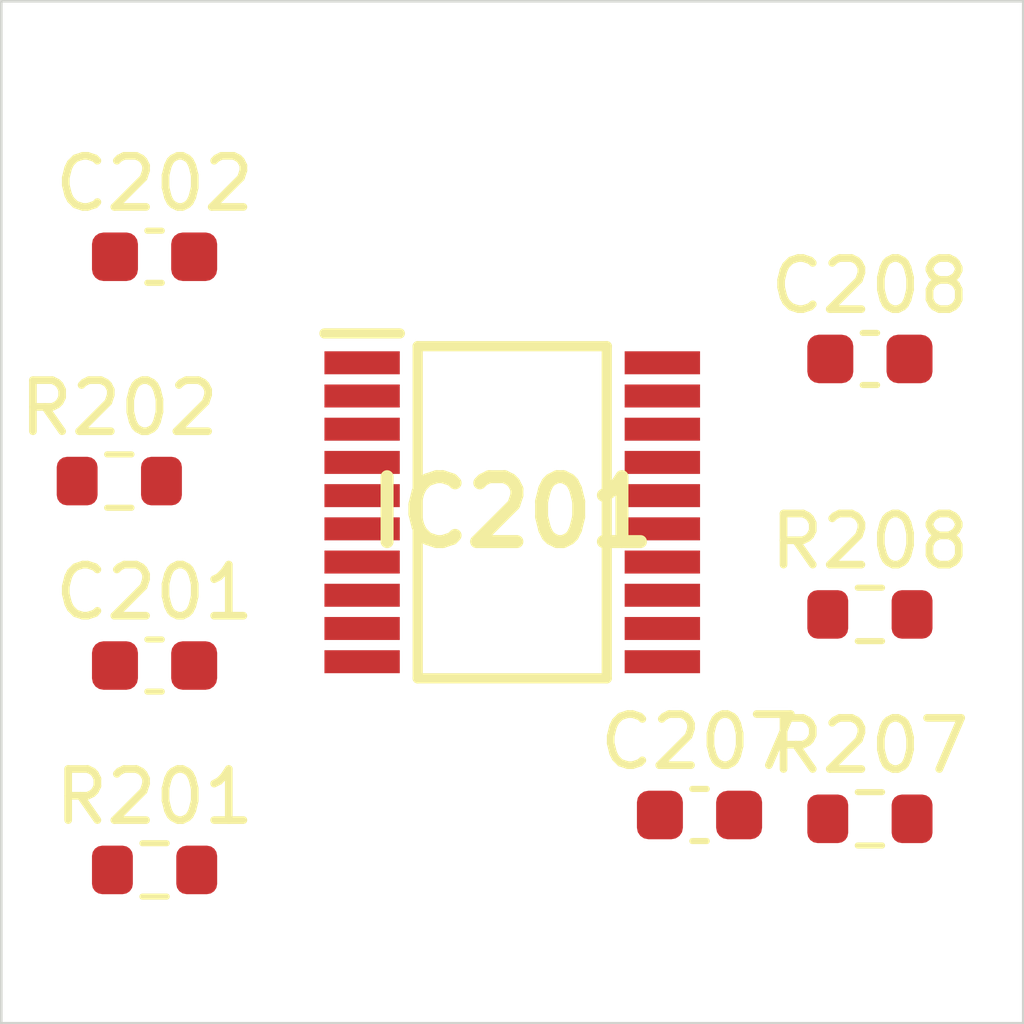
<source format=kicad_pcb>
(kicad_pcb (version 20241229) (generator "pcbnew") (generator_version "9.0")
  (layers (0 "F.Cu" signal) (2 "B.Cu" signal) (13 "F.Paste" user) (15 "B.Paste" user) (5 "F.SilkS" user) (7 "B.SilkS" user) (1 "F.Mask" user) (3 "B.Mask" user) (25 "Edge.Cuts" user))
  (net 0 "")
  (net 1 "GND")
  (net 2 "/Sheet6235D886/ch0")
  (net 3 "/Sheet6235D886/ch1")
  (net 4 "/Sheet6235D886/ch2")
  (net 5 "/Sheet6235D886/ch3")
  (net 6 "/Sheet6235D886/ch4")
  (net 7 "/Sheet6235D886/ch5")
  (net 8 "/Sheet6235D886/ch6")
  (net 9 "/Sheet6235D886/ch7")
  (net 10 "VDD")
  (net 11 "VDDA")
  (net 12 "/Sheet6235D886/adc_csn")
  (net 13 "/Sheet6235D886/adc_sck")
  (net 14 "/Sheet6235D886/adc_sdi")
  (net 15 "/Sheet6235D886/adc_sdo")
  (net 16 "/Sheet6235D886/vp")
  (net 17 "/Sheet6248AD22/chn0")
  (net 18 "/Sheet6248AD22/chn3")
  (footprint "Capacitor_SMD:C_0603_1608Metric" (layer "F.Cu") (at 83 113)
    (property "Reference" "C201" (at 0 -1.43 0) (layer "F.SilkS"))
    (property "Value" "0.1uF")
    (fp_line (start -0.14058 -0.51) (end 0.14058 -0.51) (stroke (width 0.12)) (layer "F.SilkS"))
    (fp_line (start -0.14058 0.51) (end 0.14058 0.51) (stroke (width 0.12)) (layer "F.SilkS"))
    (pad "1" smd roundrect (at -0.775 0) (size 0.9 0.95) (layers "F.Cu" "F.Mask" "F.Paste") (net 2 "/Sheet6235D886/ch0"))
    (pad "2" smd roundrect (at 0.775 0) (size 0.9 0.95) (layers "F.Cu" "F.Mask" "F.Paste") (net 1 "GND"))
  )
  (footprint "Capacitor_SMD:C_0603_1608Metric" (layer "F.Cu") (at 83 105)
    (property "Reference" "C202" (at 0 -1.43 0) (layer "F.SilkS"))
    (property "Value" "0.1uF")
    (fp_line (start -0.14058 -0.51) (end 0.14058 -0.51) (stroke (width 0.12)) (layer "F.SilkS"))
    (fp_line (start -0.14058 0.51) (end 0.14058 0.51) (stroke (width 0.12)) (layer "F.SilkS"))
    (pad "1" smd roundrect (at -0.775 0) (size 0.9 0.95) (layers "F.Cu" "F.Mask" "F.Paste") (net 1 "GND"))
    (pad "2" smd roundrect (at 0.775 0) (size 0.9 0.95) (layers "F.Cu" "F.Mask" "F.Paste") (net 3 "/Sheet6235D886/ch1"))
  )
  (footprint "Capacitor_SMD:C_0603_1608Metric" (layer "F.Cu") (at 93.665001 115.925001)
    (property "Reference" "C207" (at 0 -1.43 0) (layer "F.SilkS"))
    (property "Value" "0.1uF")
    (fp_line (start -0.14058 -0.51) (end 0.14058 -0.51) (stroke (width 0.12)) (layer "F.SilkS"))
    (fp_line (start -0.14058 0.51) (end 0.14058 0.51) (stroke (width 0.12)) (layer "F.SilkS"))
    (pad "1" smd roundrect (at -0.775 0) (size 0.9 0.95) (layers "F.Cu" "F.Mask" "F.Paste") (net 8 "/Sheet6235D886/ch6"))
    (pad "2" smd roundrect (at 0.775 0) (size 0.9 0.95) (layers "F.Cu" "F.Mask" "F.Paste") (net 1 "GND"))
  )
  (footprint "Capacitor_SMD:C_0603_1608Metric" (layer "F.Cu") (at 97 107)
    (property "Reference" "C208" (at 0 -1.43 0) (layer "F.SilkS"))
    (property "Value" "0.1uF")
    (fp_line (start -0.14058 -0.51) (end 0.14058 -0.51) (stroke (width 0.12)) (layer "F.SilkS"))
    (fp_line (start -0.14058 0.51) (end 0.14058 0.51) (stroke (width 0.12)) (layer "F.SilkS"))
    (pad "1" smd roundrect (at -0.775 0) (size 0.9 0.95) (layers "F.Cu" "F.Mask" "F.Paste") (net 1 "GND"))
    (pad "2" smd roundrect (at 0.775 0) (size 0.9 0.95) (layers "F.Cu" "F.Mask" "F.Paste") (net 9 "/Sheet6235D886/ch7"))
  )
  (footprint "MCP3564R-E_ST:SOP65P640X120-20N" (layer "F.Cu") (at 90 110)
    (property "Reference" "IC201" (at 0 0 0) (layer "F.SilkS") (effects (font (size 1.27 1.27) (thickness 0.254))))
    (property "Value" "MCP3564R-E_ST" (hide yes))
    (fp_line (start -3.675 -3.5) (end -2.2 -3.5) (stroke (width 0.2)) (layer "F.SilkS"))
    (fp_line (start -1.85 -3.25) (end 1.85 -3.25) (stroke (width 0.2)) (layer "F.SilkS"))
    (fp_line (start -1.85 3.25) (end -1.85 -3.25) (stroke (width 0.2)) (layer "F.SilkS"))
    (fp_line (start 1.85 -3.25) (end 1.85 3.25) (stroke (width 0.2)) (layer "F.SilkS"))
    (fp_line (start 1.85 3.25) (end -1.85 3.25) (stroke (width 0.2)) (layer "F.SilkS"))
    (pad "1" smd rect (at -2.938 -2.925 90) (size 0.45 1.475) (layers "F.Cu" "F.Mask" "F.Paste") (net 11 "VDDA"))
    (pad "2" smd rect (at -2.938 -2.275 90) (size 0.45 1.475) (layers "F.Cu" "F.Mask" "F.Paste") (net 1 "GND"))
    (pad "3" smd rect (at -2.938 -1.625 90) (size 0.45 1.475) (layers "F.Cu" "F.Mask" "F.Paste") (net 1 "GND"))
    (pad "4" smd rect (at -2.938 -0.975 90) (size 0.45 1.475) (layers "F.Cu" "F.Mask" "F.Paste"))
    (pad "5" smd rect (at -2.938 -0.325 90) (size 0.45 1.475) (layers "F.Cu" "F.Mask" "F.Paste") (net 2 "/Sheet6235D886/ch0"))
    (pad "6" smd rect (at -2.938 0.325 90) (size 0.45 1.475) (layers "F.Cu" "F.Mask" "F.Paste") (net 3 "/Sheet6235D886/ch1"))
    (pad "7" smd rect (at -2.938 0.975 90) (size 0.45 1.475) (layers "F.Cu" "F.Mask" "F.Paste") (net 4 "/Sheet6235D886/ch2"))
    (pad "8" smd rect (at -2.938 1.625 90) (size 0.45 1.475) (layers "F.Cu" "F.Mask" "F.Paste") (net 5 "/Sheet6235D886/ch3"))
    (pad "9" smd rect (at -2.938 2.275 90) (size 0.45 1.475) (layers "F.Cu" "F.Mask" "F.Paste") (net 6 "/Sheet6235D886/ch4"))
    (pad "10" smd rect (at -2.938 2.925 90) (size 0.45 1.475) (layers "F.Cu" "F.Mask" "F.Paste") (net 7 "/Sheet6235D886/ch5"))
    (pad "11" smd rect (at 2.938 2.925 90) (size 0.45 1.475) (layers "F.Cu" "F.Mask" "F.Paste") (net 8 "/Sheet6235D886/ch6"))
    (pad "12" smd rect (at 2.938 2.275 90) (size 0.45 1.475) (layers "F.Cu" "F.Mask" "F.Paste") (net 9 "/Sheet6235D886/ch7"))
    (pad "13" smd rect (at 2.938 1.625 90) (size 0.45 1.475) (layers "F.Cu" "F.Mask" "F.Paste") (net 12 "/Sheet6235D886/adc_csn"))
    (pad "14" smd rect (at 2.938 0.975 90) (size 0.45 1.475) (layers "F.Cu" "F.Mask" "F.Paste") (net 13 "/Sheet6235D886/adc_sck"))
    (pad "15" smd rect (at 2.938 0.325 90) (size 0.45 1.475) (layers "F.Cu" "F.Mask" "F.Paste") (net 14 "/Sheet6235D886/adc_sdi"))
    (pad "16" smd rect (at 2.938 -0.325 90) (size 0.45 1.475) (layers "F.Cu" "F.Mask" "F.Paste") (net 15 "/Sheet6235D886/adc_sdo"))
    (pad "17" smd rect (at 2.938 -0.975 90) (size 0.45 1.475) (layers "F.Cu" "F.Mask" "F.Paste"))
    (pad "18" smd rect (at 2.938 -1.625 90) (size 0.45 1.475) (layers "F.Cu" "F.Mask" "F.Paste"))
    (pad "19" smd rect (at 2.938 -2.275 90) (size 0.45 1.475) (layers "F.Cu" "F.Mask" "F.Paste") (net 1 "GND"))
    (pad "20" smd rect (at 2.938 -2.925 90) (size 0.45 1.475) (layers "F.Cu" "F.Mask" "F.Paste") (net 10 "VDD"))
  )
  (footprint "Resistor_SMD:R_0603_1608Metric" (layer "F.Cu") (at 83 117)
    (property "Reference" "R201" (at 0 -1.43 0) (layer "F.SilkS"))
    (property "Value" "1k")
    (fp_line (start -0.237258 -0.5225) (end 0.237258 -0.5225) (stroke (width 0.12)) (layer "F.SilkS"))
    (fp_line (start -0.237258 0.5225) (end 0.237258 0.5225) (stroke (width 0.12)) (layer "F.SilkS"))
    (pad "1" smd roundrect (at -0.825 0) (size 0.8 0.95) (layers "F.Cu" "F.Mask" "F.Paste") (net 2 "/Sheet6235D886/ch0"))
    (pad "2" smd roundrect (at 0.825 0) (size 0.8 0.95) (layers "F.Cu" "F.Mask" "F.Paste") (net 16 "/Sheet6235D886/vp"))
  )
  (footprint "Resistor_SMD:R_0603_1608Metric" (layer "F.Cu") (at 82.31 109.39)
    (property "Reference" "R202" (at 0 -1.43 0) (layer "F.SilkS"))
    (property "Value" "1k")
    (fp_line (start -0.237258 -0.5225) (end 0.237258 -0.5225) (stroke (width 0.12)) (layer "F.SilkS"))
    (fp_line (start -0.237258 0.5225) (end 0.237258 0.5225) (stroke (width 0.12)) (layer "F.SilkS"))
    (pad "1" smd roundrect (at -0.825 0) (size 0.8 0.95) (layers "F.Cu" "F.Mask" "F.Paste") (net 3 "/Sheet6235D886/ch1"))
    (pad "2" smd roundrect (at 0.825 0) (size 0.8 0.95) (layers "F.Cu" "F.Mask" "F.Paste") (net 17 "/Sheet6248AD22/chn0"))
  )
  (footprint "Resistor_SMD:R_0603_1608Metric" (layer "F.Cu") (at 97 116)
    (property "Reference" "R207" (at 0 -1.43 0) (layer "F.SilkS"))
    (property "Value" "1k")
    (fp_line (start -0.237258 -0.5225) (end 0.237258 -0.5225) (stroke (width 0.12)) (layer "F.SilkS"))
    (fp_line (start -0.237258 0.5225) (end 0.237258 0.5225) (stroke (width 0.12)) (layer "F.SilkS"))
    (pad "1" smd roundrect (at -0.825 0) (size 0.8 0.95) (layers "F.Cu" "F.Mask" "F.Paste") (net 8 "/Sheet6235D886/ch6"))
    (pad "2" smd roundrect (at 0.825 0) (size 0.8 0.95) (layers "F.Cu" "F.Mask" "F.Paste") (net 16 "/Sheet6235D886/vp"))
  )
  (footprint "Resistor_SMD:R_0603_1608Metric" (layer "F.Cu") (at 97 112)
    (property "Reference" "R208" (at 0 -1.43 0) (layer "F.SilkS"))
    (property "Value" "1k")
    (fp_line (start -0.237258 -0.5225) (end 0.237258 -0.5225) (stroke (width 0.12)) (layer "F.SilkS"))
    (fp_line (start -0.237258 0.5225) (end 0.237258 0.5225) (stroke (width 0.12)) (layer "F.SilkS"))
    (pad "1" smd roundrect (at -0.825 0) (size 0.8 0.95) (layers "F.Cu" "F.Mask" "F.Paste") (net 9 "/Sheet6235D886/ch7"))
    (pad "2" smd roundrect (at 0.825 0) (size 0.8 0.95) (layers "F.Cu" "F.Mask" "F.Paste") (net 18 "/Sheet6248AD22/chn3"))
  )
  (gr_line (start 80 100) (end 100 100) (stroke (width 0.05)) (layer "Edge.Cuts"))
  (gr_line (start 80 120) (end 100 120) (stroke (width 0.05)) (layer "Edge.Cuts"))
  (gr_line (start 100 100) (end 100 120) (stroke (width 0.05)) (layer "Edge.Cuts"))
  (gr_line (start 80 100) (end 80 120) (stroke (width 0.05)) (layer "Edge.Cuts"))
)
</source>
